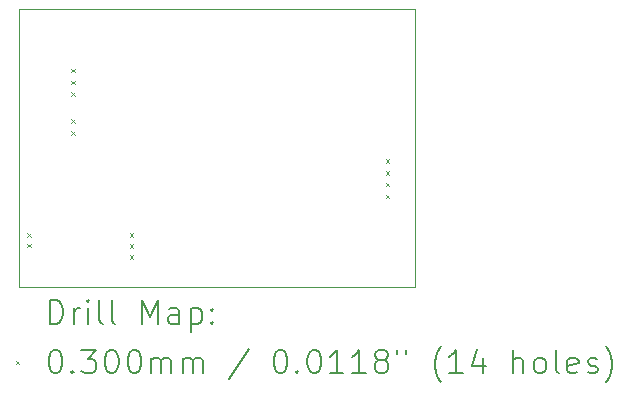
<source format=gbr>
%TF.GenerationSoftware,KiCad,Pcbnew,8.0.8*%
%TF.CreationDate,2025-11-27T21:39:52-05:00*%
%TF.ProjectId,greenenergyecu,67726565-6e65-46e6-9572-67796563752e,rev?*%
%TF.SameCoordinates,Original*%
%TF.FileFunction,Drillmap*%
%TF.FilePolarity,Positive*%
%FSLAX45Y45*%
G04 Gerber Fmt 4.5, Leading zero omitted, Abs format (unit mm)*
G04 Created by KiCad (PCBNEW 8.0.8) date 2025-11-27 21:39:52*
%MOMM*%
%LPD*%
G01*
G04 APERTURE LIST*
%ADD10C,0.050000*%
%ADD11C,0.200000*%
%ADD12C,0.100000*%
G04 APERTURE END LIST*
D10*
X11600000Y-4750000D02*
X14950000Y-4750000D01*
X14950000Y-7100000D01*
X11600000Y-7100000D01*
X11600000Y-4750000D01*
D11*
D12*
X11665000Y-6645000D02*
X11695000Y-6675000D01*
X11695000Y-6645000D02*
X11665000Y-6675000D01*
X11665000Y-6735000D02*
X11695000Y-6765000D01*
X11695000Y-6735000D02*
X11665000Y-6765000D01*
X12040880Y-5255000D02*
X12070880Y-5285000D01*
X12070880Y-5255000D02*
X12040880Y-5285000D01*
X12040880Y-5355000D02*
X12070880Y-5385000D01*
X12070880Y-5355000D02*
X12040880Y-5385000D01*
X12040880Y-5455000D02*
X12070880Y-5485000D01*
X12070880Y-5455000D02*
X12040880Y-5485000D01*
X12040880Y-5683000D02*
X12070880Y-5713000D01*
X12070880Y-5683000D02*
X12040880Y-5713000D01*
X12040880Y-5784600D02*
X12070880Y-5814600D01*
X12070880Y-5784600D02*
X12040880Y-5814600D01*
X12535000Y-6645000D02*
X12565000Y-6675000D01*
X12565000Y-6645000D02*
X12535000Y-6675000D01*
X12535000Y-6740000D02*
X12565000Y-6770000D01*
X12565000Y-6740000D02*
X12535000Y-6770000D01*
X12535000Y-6835000D02*
X12565000Y-6865000D01*
X12565000Y-6835000D02*
X12535000Y-6865000D01*
X14700000Y-6020000D02*
X14730000Y-6050000D01*
X14730000Y-6020000D02*
X14700000Y-6050000D01*
X14700000Y-6120000D02*
X14730000Y-6150000D01*
X14730000Y-6120000D02*
X14700000Y-6150000D01*
X14700000Y-6220000D02*
X14730000Y-6250000D01*
X14730000Y-6220000D02*
X14700000Y-6250000D01*
X14700000Y-6320000D02*
X14730000Y-6350000D01*
X14730000Y-6320000D02*
X14700000Y-6350000D01*
D11*
X11858277Y-7413984D02*
X11858277Y-7213984D01*
X11858277Y-7213984D02*
X11905896Y-7213984D01*
X11905896Y-7213984D02*
X11934467Y-7223508D01*
X11934467Y-7223508D02*
X11953515Y-7242555D01*
X11953515Y-7242555D02*
X11963039Y-7261603D01*
X11963039Y-7261603D02*
X11972562Y-7299698D01*
X11972562Y-7299698D02*
X11972562Y-7328269D01*
X11972562Y-7328269D02*
X11963039Y-7366365D01*
X11963039Y-7366365D02*
X11953515Y-7385412D01*
X11953515Y-7385412D02*
X11934467Y-7404460D01*
X11934467Y-7404460D02*
X11905896Y-7413984D01*
X11905896Y-7413984D02*
X11858277Y-7413984D01*
X12058277Y-7413984D02*
X12058277Y-7280650D01*
X12058277Y-7318746D02*
X12067801Y-7299698D01*
X12067801Y-7299698D02*
X12077324Y-7290174D01*
X12077324Y-7290174D02*
X12096372Y-7280650D01*
X12096372Y-7280650D02*
X12115420Y-7280650D01*
X12182086Y-7413984D02*
X12182086Y-7280650D01*
X12182086Y-7213984D02*
X12172562Y-7223508D01*
X12172562Y-7223508D02*
X12182086Y-7233031D01*
X12182086Y-7233031D02*
X12191610Y-7223508D01*
X12191610Y-7223508D02*
X12182086Y-7213984D01*
X12182086Y-7213984D02*
X12182086Y-7233031D01*
X12305896Y-7413984D02*
X12286848Y-7404460D01*
X12286848Y-7404460D02*
X12277324Y-7385412D01*
X12277324Y-7385412D02*
X12277324Y-7213984D01*
X12410658Y-7413984D02*
X12391610Y-7404460D01*
X12391610Y-7404460D02*
X12382086Y-7385412D01*
X12382086Y-7385412D02*
X12382086Y-7213984D01*
X12639229Y-7413984D02*
X12639229Y-7213984D01*
X12639229Y-7213984D02*
X12705896Y-7356841D01*
X12705896Y-7356841D02*
X12772562Y-7213984D01*
X12772562Y-7213984D02*
X12772562Y-7413984D01*
X12953515Y-7413984D02*
X12953515Y-7309222D01*
X12953515Y-7309222D02*
X12943991Y-7290174D01*
X12943991Y-7290174D02*
X12924943Y-7280650D01*
X12924943Y-7280650D02*
X12886848Y-7280650D01*
X12886848Y-7280650D02*
X12867801Y-7290174D01*
X12953515Y-7404460D02*
X12934467Y-7413984D01*
X12934467Y-7413984D02*
X12886848Y-7413984D01*
X12886848Y-7413984D02*
X12867801Y-7404460D01*
X12867801Y-7404460D02*
X12858277Y-7385412D01*
X12858277Y-7385412D02*
X12858277Y-7366365D01*
X12858277Y-7366365D02*
X12867801Y-7347317D01*
X12867801Y-7347317D02*
X12886848Y-7337793D01*
X12886848Y-7337793D02*
X12934467Y-7337793D01*
X12934467Y-7337793D02*
X12953515Y-7328269D01*
X13048753Y-7280650D02*
X13048753Y-7480650D01*
X13048753Y-7290174D02*
X13067801Y-7280650D01*
X13067801Y-7280650D02*
X13105896Y-7280650D01*
X13105896Y-7280650D02*
X13124943Y-7290174D01*
X13124943Y-7290174D02*
X13134467Y-7299698D01*
X13134467Y-7299698D02*
X13143991Y-7318746D01*
X13143991Y-7318746D02*
X13143991Y-7375888D01*
X13143991Y-7375888D02*
X13134467Y-7394936D01*
X13134467Y-7394936D02*
X13124943Y-7404460D01*
X13124943Y-7404460D02*
X13105896Y-7413984D01*
X13105896Y-7413984D02*
X13067801Y-7413984D01*
X13067801Y-7413984D02*
X13048753Y-7404460D01*
X13229705Y-7394936D02*
X13239229Y-7404460D01*
X13239229Y-7404460D02*
X13229705Y-7413984D01*
X13229705Y-7413984D02*
X13220182Y-7404460D01*
X13220182Y-7404460D02*
X13229705Y-7394936D01*
X13229705Y-7394936D02*
X13229705Y-7413984D01*
X13229705Y-7290174D02*
X13239229Y-7299698D01*
X13239229Y-7299698D02*
X13229705Y-7309222D01*
X13229705Y-7309222D02*
X13220182Y-7299698D01*
X13220182Y-7299698D02*
X13229705Y-7290174D01*
X13229705Y-7290174D02*
X13229705Y-7309222D01*
D12*
X11567500Y-7727500D02*
X11597500Y-7757500D01*
X11597500Y-7727500D02*
X11567500Y-7757500D01*
D11*
X11896372Y-7633984D02*
X11915420Y-7633984D01*
X11915420Y-7633984D02*
X11934467Y-7643508D01*
X11934467Y-7643508D02*
X11943991Y-7653031D01*
X11943991Y-7653031D02*
X11953515Y-7672079D01*
X11953515Y-7672079D02*
X11963039Y-7710174D01*
X11963039Y-7710174D02*
X11963039Y-7757793D01*
X11963039Y-7757793D02*
X11953515Y-7795888D01*
X11953515Y-7795888D02*
X11943991Y-7814936D01*
X11943991Y-7814936D02*
X11934467Y-7824460D01*
X11934467Y-7824460D02*
X11915420Y-7833984D01*
X11915420Y-7833984D02*
X11896372Y-7833984D01*
X11896372Y-7833984D02*
X11877324Y-7824460D01*
X11877324Y-7824460D02*
X11867801Y-7814936D01*
X11867801Y-7814936D02*
X11858277Y-7795888D01*
X11858277Y-7795888D02*
X11848753Y-7757793D01*
X11848753Y-7757793D02*
X11848753Y-7710174D01*
X11848753Y-7710174D02*
X11858277Y-7672079D01*
X11858277Y-7672079D02*
X11867801Y-7653031D01*
X11867801Y-7653031D02*
X11877324Y-7643508D01*
X11877324Y-7643508D02*
X11896372Y-7633984D01*
X12048753Y-7814936D02*
X12058277Y-7824460D01*
X12058277Y-7824460D02*
X12048753Y-7833984D01*
X12048753Y-7833984D02*
X12039229Y-7824460D01*
X12039229Y-7824460D02*
X12048753Y-7814936D01*
X12048753Y-7814936D02*
X12048753Y-7833984D01*
X12124943Y-7633984D02*
X12248753Y-7633984D01*
X12248753Y-7633984D02*
X12182086Y-7710174D01*
X12182086Y-7710174D02*
X12210658Y-7710174D01*
X12210658Y-7710174D02*
X12229705Y-7719698D01*
X12229705Y-7719698D02*
X12239229Y-7729222D01*
X12239229Y-7729222D02*
X12248753Y-7748269D01*
X12248753Y-7748269D02*
X12248753Y-7795888D01*
X12248753Y-7795888D02*
X12239229Y-7814936D01*
X12239229Y-7814936D02*
X12229705Y-7824460D01*
X12229705Y-7824460D02*
X12210658Y-7833984D01*
X12210658Y-7833984D02*
X12153515Y-7833984D01*
X12153515Y-7833984D02*
X12134467Y-7824460D01*
X12134467Y-7824460D02*
X12124943Y-7814936D01*
X12372562Y-7633984D02*
X12391610Y-7633984D01*
X12391610Y-7633984D02*
X12410658Y-7643508D01*
X12410658Y-7643508D02*
X12420182Y-7653031D01*
X12420182Y-7653031D02*
X12429705Y-7672079D01*
X12429705Y-7672079D02*
X12439229Y-7710174D01*
X12439229Y-7710174D02*
X12439229Y-7757793D01*
X12439229Y-7757793D02*
X12429705Y-7795888D01*
X12429705Y-7795888D02*
X12420182Y-7814936D01*
X12420182Y-7814936D02*
X12410658Y-7824460D01*
X12410658Y-7824460D02*
X12391610Y-7833984D01*
X12391610Y-7833984D02*
X12372562Y-7833984D01*
X12372562Y-7833984D02*
X12353515Y-7824460D01*
X12353515Y-7824460D02*
X12343991Y-7814936D01*
X12343991Y-7814936D02*
X12334467Y-7795888D01*
X12334467Y-7795888D02*
X12324943Y-7757793D01*
X12324943Y-7757793D02*
X12324943Y-7710174D01*
X12324943Y-7710174D02*
X12334467Y-7672079D01*
X12334467Y-7672079D02*
X12343991Y-7653031D01*
X12343991Y-7653031D02*
X12353515Y-7643508D01*
X12353515Y-7643508D02*
X12372562Y-7633984D01*
X12563039Y-7633984D02*
X12582086Y-7633984D01*
X12582086Y-7633984D02*
X12601134Y-7643508D01*
X12601134Y-7643508D02*
X12610658Y-7653031D01*
X12610658Y-7653031D02*
X12620182Y-7672079D01*
X12620182Y-7672079D02*
X12629705Y-7710174D01*
X12629705Y-7710174D02*
X12629705Y-7757793D01*
X12629705Y-7757793D02*
X12620182Y-7795888D01*
X12620182Y-7795888D02*
X12610658Y-7814936D01*
X12610658Y-7814936D02*
X12601134Y-7824460D01*
X12601134Y-7824460D02*
X12582086Y-7833984D01*
X12582086Y-7833984D02*
X12563039Y-7833984D01*
X12563039Y-7833984D02*
X12543991Y-7824460D01*
X12543991Y-7824460D02*
X12534467Y-7814936D01*
X12534467Y-7814936D02*
X12524943Y-7795888D01*
X12524943Y-7795888D02*
X12515420Y-7757793D01*
X12515420Y-7757793D02*
X12515420Y-7710174D01*
X12515420Y-7710174D02*
X12524943Y-7672079D01*
X12524943Y-7672079D02*
X12534467Y-7653031D01*
X12534467Y-7653031D02*
X12543991Y-7643508D01*
X12543991Y-7643508D02*
X12563039Y-7633984D01*
X12715420Y-7833984D02*
X12715420Y-7700650D01*
X12715420Y-7719698D02*
X12724943Y-7710174D01*
X12724943Y-7710174D02*
X12743991Y-7700650D01*
X12743991Y-7700650D02*
X12772563Y-7700650D01*
X12772563Y-7700650D02*
X12791610Y-7710174D01*
X12791610Y-7710174D02*
X12801134Y-7729222D01*
X12801134Y-7729222D02*
X12801134Y-7833984D01*
X12801134Y-7729222D02*
X12810658Y-7710174D01*
X12810658Y-7710174D02*
X12829705Y-7700650D01*
X12829705Y-7700650D02*
X12858277Y-7700650D01*
X12858277Y-7700650D02*
X12877324Y-7710174D01*
X12877324Y-7710174D02*
X12886848Y-7729222D01*
X12886848Y-7729222D02*
X12886848Y-7833984D01*
X12982086Y-7833984D02*
X12982086Y-7700650D01*
X12982086Y-7719698D02*
X12991610Y-7710174D01*
X12991610Y-7710174D02*
X13010658Y-7700650D01*
X13010658Y-7700650D02*
X13039229Y-7700650D01*
X13039229Y-7700650D02*
X13058277Y-7710174D01*
X13058277Y-7710174D02*
X13067801Y-7729222D01*
X13067801Y-7729222D02*
X13067801Y-7833984D01*
X13067801Y-7729222D02*
X13077324Y-7710174D01*
X13077324Y-7710174D02*
X13096372Y-7700650D01*
X13096372Y-7700650D02*
X13124943Y-7700650D01*
X13124943Y-7700650D02*
X13143991Y-7710174D01*
X13143991Y-7710174D02*
X13153515Y-7729222D01*
X13153515Y-7729222D02*
X13153515Y-7833984D01*
X13543991Y-7624460D02*
X13372563Y-7881603D01*
X13801134Y-7633984D02*
X13820182Y-7633984D01*
X13820182Y-7633984D02*
X13839229Y-7643508D01*
X13839229Y-7643508D02*
X13848753Y-7653031D01*
X13848753Y-7653031D02*
X13858277Y-7672079D01*
X13858277Y-7672079D02*
X13867801Y-7710174D01*
X13867801Y-7710174D02*
X13867801Y-7757793D01*
X13867801Y-7757793D02*
X13858277Y-7795888D01*
X13858277Y-7795888D02*
X13848753Y-7814936D01*
X13848753Y-7814936D02*
X13839229Y-7824460D01*
X13839229Y-7824460D02*
X13820182Y-7833984D01*
X13820182Y-7833984D02*
X13801134Y-7833984D01*
X13801134Y-7833984D02*
X13782086Y-7824460D01*
X13782086Y-7824460D02*
X13772563Y-7814936D01*
X13772563Y-7814936D02*
X13763039Y-7795888D01*
X13763039Y-7795888D02*
X13753515Y-7757793D01*
X13753515Y-7757793D02*
X13753515Y-7710174D01*
X13753515Y-7710174D02*
X13763039Y-7672079D01*
X13763039Y-7672079D02*
X13772563Y-7653031D01*
X13772563Y-7653031D02*
X13782086Y-7643508D01*
X13782086Y-7643508D02*
X13801134Y-7633984D01*
X13953515Y-7814936D02*
X13963039Y-7824460D01*
X13963039Y-7824460D02*
X13953515Y-7833984D01*
X13953515Y-7833984D02*
X13943991Y-7824460D01*
X13943991Y-7824460D02*
X13953515Y-7814936D01*
X13953515Y-7814936D02*
X13953515Y-7833984D01*
X14086848Y-7633984D02*
X14105896Y-7633984D01*
X14105896Y-7633984D02*
X14124944Y-7643508D01*
X14124944Y-7643508D02*
X14134467Y-7653031D01*
X14134467Y-7653031D02*
X14143991Y-7672079D01*
X14143991Y-7672079D02*
X14153515Y-7710174D01*
X14153515Y-7710174D02*
X14153515Y-7757793D01*
X14153515Y-7757793D02*
X14143991Y-7795888D01*
X14143991Y-7795888D02*
X14134467Y-7814936D01*
X14134467Y-7814936D02*
X14124944Y-7824460D01*
X14124944Y-7824460D02*
X14105896Y-7833984D01*
X14105896Y-7833984D02*
X14086848Y-7833984D01*
X14086848Y-7833984D02*
X14067801Y-7824460D01*
X14067801Y-7824460D02*
X14058277Y-7814936D01*
X14058277Y-7814936D02*
X14048753Y-7795888D01*
X14048753Y-7795888D02*
X14039229Y-7757793D01*
X14039229Y-7757793D02*
X14039229Y-7710174D01*
X14039229Y-7710174D02*
X14048753Y-7672079D01*
X14048753Y-7672079D02*
X14058277Y-7653031D01*
X14058277Y-7653031D02*
X14067801Y-7643508D01*
X14067801Y-7643508D02*
X14086848Y-7633984D01*
X14343991Y-7833984D02*
X14229706Y-7833984D01*
X14286848Y-7833984D02*
X14286848Y-7633984D01*
X14286848Y-7633984D02*
X14267801Y-7662555D01*
X14267801Y-7662555D02*
X14248753Y-7681603D01*
X14248753Y-7681603D02*
X14229706Y-7691127D01*
X14534467Y-7833984D02*
X14420182Y-7833984D01*
X14477325Y-7833984D02*
X14477325Y-7633984D01*
X14477325Y-7633984D02*
X14458277Y-7662555D01*
X14458277Y-7662555D02*
X14439229Y-7681603D01*
X14439229Y-7681603D02*
X14420182Y-7691127D01*
X14648753Y-7719698D02*
X14629706Y-7710174D01*
X14629706Y-7710174D02*
X14620182Y-7700650D01*
X14620182Y-7700650D02*
X14610658Y-7681603D01*
X14610658Y-7681603D02*
X14610658Y-7672079D01*
X14610658Y-7672079D02*
X14620182Y-7653031D01*
X14620182Y-7653031D02*
X14629706Y-7643508D01*
X14629706Y-7643508D02*
X14648753Y-7633984D01*
X14648753Y-7633984D02*
X14686848Y-7633984D01*
X14686848Y-7633984D02*
X14705896Y-7643508D01*
X14705896Y-7643508D02*
X14715420Y-7653031D01*
X14715420Y-7653031D02*
X14724944Y-7672079D01*
X14724944Y-7672079D02*
X14724944Y-7681603D01*
X14724944Y-7681603D02*
X14715420Y-7700650D01*
X14715420Y-7700650D02*
X14705896Y-7710174D01*
X14705896Y-7710174D02*
X14686848Y-7719698D01*
X14686848Y-7719698D02*
X14648753Y-7719698D01*
X14648753Y-7719698D02*
X14629706Y-7729222D01*
X14629706Y-7729222D02*
X14620182Y-7738746D01*
X14620182Y-7738746D02*
X14610658Y-7757793D01*
X14610658Y-7757793D02*
X14610658Y-7795888D01*
X14610658Y-7795888D02*
X14620182Y-7814936D01*
X14620182Y-7814936D02*
X14629706Y-7824460D01*
X14629706Y-7824460D02*
X14648753Y-7833984D01*
X14648753Y-7833984D02*
X14686848Y-7833984D01*
X14686848Y-7833984D02*
X14705896Y-7824460D01*
X14705896Y-7824460D02*
X14715420Y-7814936D01*
X14715420Y-7814936D02*
X14724944Y-7795888D01*
X14724944Y-7795888D02*
X14724944Y-7757793D01*
X14724944Y-7757793D02*
X14715420Y-7738746D01*
X14715420Y-7738746D02*
X14705896Y-7729222D01*
X14705896Y-7729222D02*
X14686848Y-7719698D01*
X14801134Y-7633984D02*
X14801134Y-7672079D01*
X14877325Y-7633984D02*
X14877325Y-7672079D01*
X15172563Y-7910174D02*
X15163039Y-7900650D01*
X15163039Y-7900650D02*
X15143991Y-7872079D01*
X15143991Y-7872079D02*
X15134468Y-7853031D01*
X15134468Y-7853031D02*
X15124944Y-7824460D01*
X15124944Y-7824460D02*
X15115420Y-7776841D01*
X15115420Y-7776841D02*
X15115420Y-7738746D01*
X15115420Y-7738746D02*
X15124944Y-7691127D01*
X15124944Y-7691127D02*
X15134468Y-7662555D01*
X15134468Y-7662555D02*
X15143991Y-7643508D01*
X15143991Y-7643508D02*
X15163039Y-7614936D01*
X15163039Y-7614936D02*
X15172563Y-7605412D01*
X15353515Y-7833984D02*
X15239229Y-7833984D01*
X15296372Y-7833984D02*
X15296372Y-7633984D01*
X15296372Y-7633984D02*
X15277325Y-7662555D01*
X15277325Y-7662555D02*
X15258277Y-7681603D01*
X15258277Y-7681603D02*
X15239229Y-7691127D01*
X15524944Y-7700650D02*
X15524944Y-7833984D01*
X15477325Y-7624460D02*
X15429706Y-7767317D01*
X15429706Y-7767317D02*
X15553515Y-7767317D01*
X15782087Y-7833984D02*
X15782087Y-7633984D01*
X15867801Y-7833984D02*
X15867801Y-7729222D01*
X15867801Y-7729222D02*
X15858277Y-7710174D01*
X15858277Y-7710174D02*
X15839230Y-7700650D01*
X15839230Y-7700650D02*
X15810658Y-7700650D01*
X15810658Y-7700650D02*
X15791610Y-7710174D01*
X15791610Y-7710174D02*
X15782087Y-7719698D01*
X15991610Y-7833984D02*
X15972563Y-7824460D01*
X15972563Y-7824460D02*
X15963039Y-7814936D01*
X15963039Y-7814936D02*
X15953515Y-7795888D01*
X15953515Y-7795888D02*
X15953515Y-7738746D01*
X15953515Y-7738746D02*
X15963039Y-7719698D01*
X15963039Y-7719698D02*
X15972563Y-7710174D01*
X15972563Y-7710174D02*
X15991610Y-7700650D01*
X15991610Y-7700650D02*
X16020182Y-7700650D01*
X16020182Y-7700650D02*
X16039230Y-7710174D01*
X16039230Y-7710174D02*
X16048753Y-7719698D01*
X16048753Y-7719698D02*
X16058277Y-7738746D01*
X16058277Y-7738746D02*
X16058277Y-7795888D01*
X16058277Y-7795888D02*
X16048753Y-7814936D01*
X16048753Y-7814936D02*
X16039230Y-7824460D01*
X16039230Y-7824460D02*
X16020182Y-7833984D01*
X16020182Y-7833984D02*
X15991610Y-7833984D01*
X16172563Y-7833984D02*
X16153515Y-7824460D01*
X16153515Y-7824460D02*
X16143991Y-7805412D01*
X16143991Y-7805412D02*
X16143991Y-7633984D01*
X16324944Y-7824460D02*
X16305896Y-7833984D01*
X16305896Y-7833984D02*
X16267801Y-7833984D01*
X16267801Y-7833984D02*
X16248753Y-7824460D01*
X16248753Y-7824460D02*
X16239230Y-7805412D01*
X16239230Y-7805412D02*
X16239230Y-7729222D01*
X16239230Y-7729222D02*
X16248753Y-7710174D01*
X16248753Y-7710174D02*
X16267801Y-7700650D01*
X16267801Y-7700650D02*
X16305896Y-7700650D01*
X16305896Y-7700650D02*
X16324944Y-7710174D01*
X16324944Y-7710174D02*
X16334468Y-7729222D01*
X16334468Y-7729222D02*
X16334468Y-7748269D01*
X16334468Y-7748269D02*
X16239230Y-7767317D01*
X16410658Y-7824460D02*
X16429706Y-7833984D01*
X16429706Y-7833984D02*
X16467801Y-7833984D01*
X16467801Y-7833984D02*
X16486849Y-7824460D01*
X16486849Y-7824460D02*
X16496372Y-7805412D01*
X16496372Y-7805412D02*
X16496372Y-7795888D01*
X16496372Y-7795888D02*
X16486849Y-7776841D01*
X16486849Y-7776841D02*
X16467801Y-7767317D01*
X16467801Y-7767317D02*
X16439230Y-7767317D01*
X16439230Y-7767317D02*
X16420182Y-7757793D01*
X16420182Y-7757793D02*
X16410658Y-7738746D01*
X16410658Y-7738746D02*
X16410658Y-7729222D01*
X16410658Y-7729222D02*
X16420182Y-7710174D01*
X16420182Y-7710174D02*
X16439230Y-7700650D01*
X16439230Y-7700650D02*
X16467801Y-7700650D01*
X16467801Y-7700650D02*
X16486849Y-7710174D01*
X16563039Y-7910174D02*
X16572563Y-7900650D01*
X16572563Y-7900650D02*
X16591611Y-7872079D01*
X16591611Y-7872079D02*
X16601134Y-7853031D01*
X16601134Y-7853031D02*
X16610658Y-7824460D01*
X16610658Y-7824460D02*
X16620182Y-7776841D01*
X16620182Y-7776841D02*
X16620182Y-7738746D01*
X16620182Y-7738746D02*
X16610658Y-7691127D01*
X16610658Y-7691127D02*
X16601134Y-7662555D01*
X16601134Y-7662555D02*
X16591611Y-7643508D01*
X16591611Y-7643508D02*
X16572563Y-7614936D01*
X16572563Y-7614936D02*
X16563039Y-7605412D01*
M02*

</source>
